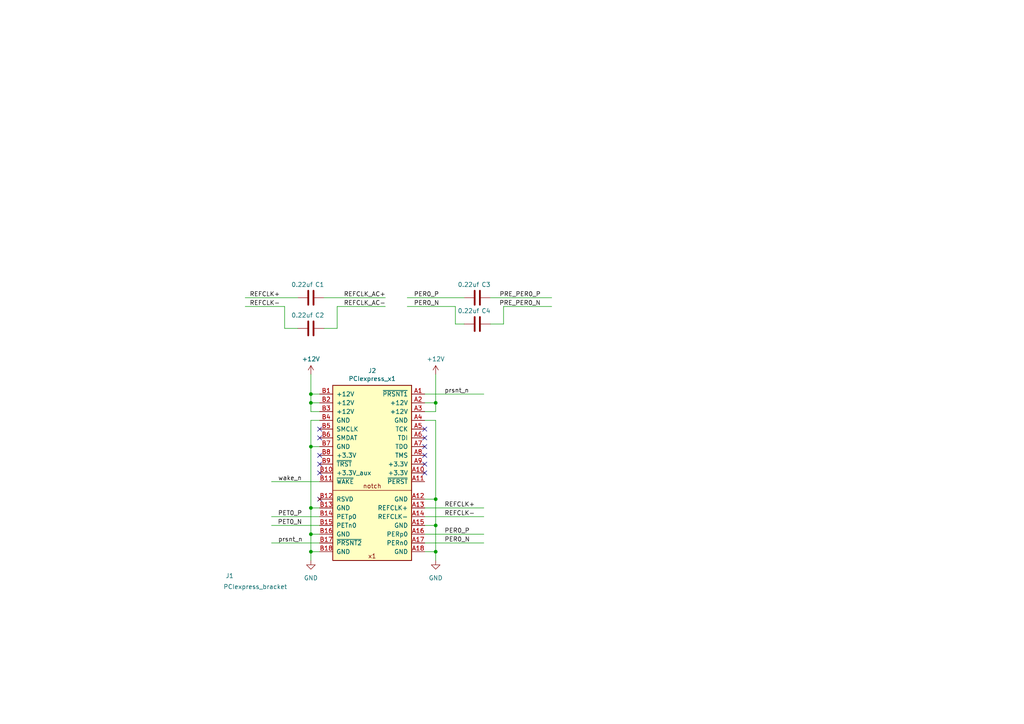
<source format=kicad_sch>
(kicad_sch (version 20230121) (generator eeschema)
  (paper "A4")
  (lib_symbols
    (symbol "Device:C" (pin_numbers hide) (pin_names (offset 0.254))
      (property "Reference" "C" (at 0.635 2.54 0))
      (property "Value" "C" (at 0.635 -2.54 0))
      (symbol "C_0_1"
        (polyline (pts (xy -2.032 -0.762) (xy 2.032 -0.762)) (stroke (width 0.508)))
        (polyline (pts (xy -2.032 0.762) (xy 2.032 0.762)) (stroke (width 0.508)))
      )
      (symbol "C_1_1"
        (pin passive line (at 0 3.81 270) (length 2.794) (name "~") (number "1"))
        (pin passive line (at 0 -3.81 90) (length 2.794) (name "~") (number "2"))
      )
    )
    (symbol "PCIexpress:PCIexpress_bracket" (pin_names (offset 1.016))
      (property "Reference" "J" (at 0 0 0))
      (property "Value" "PCIexpress_bracket" (at 0 0 0))
    )
    (symbol "PCIexpress:PCIexpress_x1" (pin_names (offset 1.016))
      (property "Reference" "J" (at 0 3.81 0))
      (property "Value" "PCIexpress_x1" (at 0 1.27 0))
      (symbol "PCIexpress_x1_0_0"
        (text "notch" (at 0 -29.21 0) (effects (font (size 1.27 1.27))))
        (text "x1" (at 0 -49.53 0) (effects (font (size 1.27 1.27))))
      )
      (symbol "PCIexpress_x1_0_1"
        (polyline (pts (xy 11.43 -30.48) (xy -11.43 -30.48)))
      )
      (symbol "PCIexpress_x1_1_1"
        (rectangle (start 11.43 0) (end -11.43 -50.8) (stroke (width 0.254)) (fill (type background)))
        (pin passive line (at 15.24 -2.54 180) (length 3.81) (name "~{PRSNT1}") (number "A1"))
        (pin power_out line (at 15.24 -25.4 180) (length 3.81) (name "+3.3V") (number "A10"))
        (pin output line (at 15.24 -27.94 180) (length 3.81) (name "~{PERST}") (number "A11"))
        (pin power_out line (at 15.24 -33.02 180) (length 3.81) (name "GND") (number "A12"))
        (pin output line (at 15.24 -35.56 180) (length 3.81) (name "REFCLK+") (number "A13"))
        (pin output line (at 15.24 -38.1 180) (length 3.81) (name "REFCLK-") (number "A14"))
        (pin power_out line (at 15.24 -40.64 180) (length 3.81) (name "GND") (number "A15"))
        (pin input line (at 15.24 -43.18 180) (length 3.81) (name "PERp0") (number "A16"))
        (pin input line (at 15.24 -45.72 180) (length 3.81) (name "PERn0") (number "A17"))
        (pin power_out line (at 15.24 -48.26 180) (length 3.81) (name "GND") (number "A18"))
        (pin power_out line (at 15.24 -5.08 180) (length 3.81) (name "+12V") (number "A2"))
        (pin power_out line (at 15.24 -7.62 180) (length 3.81) (name "+12V") (number "A3"))
        (pin power_out line (at 15.24 -10.16 180) (length 3.81) (name "GND") (number "A4"))
        (pin output line (at 15.24 -12.7 180) (length 3.81) (name "TCK") (number "A5"))
        (pin output line (at 15.24 -15.24 180) (length 3.81) (name "TDI") (number "A6"))
        (pin input line (at 15.24 -17.78 180) (length 3.81) (name "TDO") (number "A7"))
        (pin output line (at 15.24 -20.32 180) (length 3.81) (name "TMS") (number "A8"))
        (pin power_out line (at 15.24 -22.86 180) (length 3.81) (name "+3.3V") (number "A9"))
        (pin power_out line (at -15.24 -2.54 0) (length 3.81) (name "+12V") (number "B1"))
        (pin power_out line (at -15.24 -25.4 0) (length 3.81) (name "+3.3V_aux") (number "B10"))
        (pin open_collector line (at -15.24 -27.94 0) (length 3.81) (name "~{WAKE}") (number "B11"))
        (pin no_connect line (at -15.24 -33.02 0) (length 3.81) (name "RSVD") (number "B12"))
        (pin power_out line (at -15.24 -35.56 0) (length 3.81) (name "GND") (number "B13"))
        (pin output line (at -15.24 -38.1 0) (length 3.81) (name "PETp0") (number "B14"))
        (pin output line (at -15.24 -40.64 0) (length 3.81) (name "PETn0") (number "B15"))
        (pin power_out line (at -15.24 -43.18 0) (length 3.81) (name "GND") (number "B16"))
        (pin passive line (at -15.24 -45.72 0) (length 3.81) (name "~{PRSNT2}") (number "B17"))
        (pin power_out line (at -15.24 -48.26 0) (length 3.81) (name "GND") (number "B18"))
        (pin power_out line (at -15.24 -5.08 0) (length 3.81) (name "+12V") (number "B2"))
        (pin power_out line (at -15.24 -7.62 0) (length 3.81) (name "+12V") (number "B3"))
        (pin power_out line (at -15.24 -10.16 0) (length 3.81) (name "GND") (number "B4"))
        (pin open_collector line (at -15.24 -12.7 0) (length 3.81) (name "SMCLK") (number "B5"))
        (pin open_collector line (at -15.24 -15.24 0) (length 3.81) (name "SMDAT") (number "B6"))
        (pin power_out line (at -15.24 -17.78 0) (length 3.81) (name "GND") (number "B7"))
        (pin power_out line (at -15.24 -20.32 0) (length 3.81) (name "+3.3V") (number "B8"))
        (pin output line (at -15.24 -22.86 0) (length 3.81) (name "~{TRST}") (number "B9"))
      )
    )
    (symbol "power:+12V" (power) (pin_names (offset 0))
      (property "Value" "+12V" (at 0 3.556 0))
      (symbol "+12V_0_1"
        (polyline (pts (xy -0.762 1.27) (xy 0 2.54)))
        (polyline (pts (xy 0 0) (xy 0 2.54)))
        (polyline (pts (xy 0 2.54) (xy 0.762 1.27)))
      )
      (symbol "+12V_1_1"
        (pin power_in line (at 0 0 90) (length 0) hide (name "+12V") (number "1"))
      )
    )
    (symbol "power:GND" (power) (pin_names (offset 0))
      (property "Value" "GND" (at 0 -3.81 0))
      (symbol "GND_0_1"
        (polyline (pts (xy 0 0) (xy 0 -1.27) (xy 1.27 -1.27) (xy 0 -2.54) (xy -1.27 -1.27) (xy 0 -1.27)))
      )
      (symbol "GND_1_1"
        (pin power_in line (at 0 0 270) (length 0) hide (name "GND") (number "1"))
      )
    )
  )
  (junction (at 90.17 147.32))
  (junction (at 126.365 160.02))
  (junction (at 90.17 116.84))
  (junction (at 90.17 129.54))
  (junction (at 126.365 152.4))
  (junction (at 126.365 144.78))
  (junction (at 126.365 116.84))
  (junction (at 90.17 154.94))
  (junction (at 90.17 160.02))
  (junction (at 90.17 114.3))
  (no_connect (at 123.19 129.54))
  (no_connect (at 92.71 132.08))
  (no_connect (at 92.71 144.78))
  (no_connect (at 123.19 134.62))
  (no_connect (at 92.71 134.62))
  (no_connect (at 123.19 132.08))
  (no_connect (at 92.71 127))
  (no_connect (at 123.19 124.46))
  (no_connect (at 123.19 137.16))
  (no_connect (at 123.19 127))
  (no_connect (at 92.71 137.16))
  (no_connect (at 92.71 124.46))
  (wire (pts (xy 90.17 121.92) (xy 90.17 129.54)))
  (wire (pts (xy 126.365 116.84) (xy 126.365 119.38)))
  (wire (pts (xy 90.17 114.3) (xy 90.17 116.84)))
  (wire (pts (xy 123.19 157.48) (xy 140.335 157.48)))
  (wire (pts (xy 82.55 88.9) (xy 82.55 95.25)))
  (wire (pts (xy 123.19 149.86) (xy 140.335 149.86)))
  (wire (pts (xy 92.71 116.84) (xy 90.17 116.84)))
  (wire (pts (xy 78.74 157.48) (xy 92.71 157.48)))
  (wire (pts (xy 92.71 121.92) (xy 90.17 121.92)))
  (wire (pts (xy 123.19 147.32) (xy 140.335 147.32)))
  (wire (pts (xy 123.19 160.02) (xy 126.365 160.02)))
  (wire (pts (xy 92.71 114.3) (xy 90.17 114.3)))
  (wire (pts (xy 90.17 129.54) (xy 90.17 147.32)))
  (wire (pts (xy 123.19 154.94) (xy 140.335 154.94)))
  (wire (pts (xy 126.365 108.585) (xy 126.365 116.84)))
  (wire (pts (xy 82.55 95.25) (xy 86.36 95.25)))
  (wire (pts (xy 71.12 86.36) (xy 86.36 86.36)))
  (wire (pts (xy 78.74 139.7) (xy 92.71 139.7)))
  (wire (pts (xy 132.08 93.98) (xy 132.08 88.9)))
  (wire (pts (xy 123.19 119.38) (xy 126.365 119.38)))
  (wire (pts (xy 90.17 129.54) (xy 92.71 129.54)))
  (wire (pts (xy 90.17 108.585) (xy 90.17 114.3)))
  (wire (pts (xy 126.365 121.92) (xy 126.365 144.78)))
  (wire (pts (xy 93.98 86.36) (xy 111.76 86.36)))
  (wire (pts (xy 118.11 88.9) (xy 132.08 88.9)))
  (wire (pts (xy 71.12 88.9) (xy 82.55 88.9)))
  (wire (pts (xy 92.71 147.32) (xy 90.17 147.32)))
  (wire (pts (xy 97.79 88.9) (xy 111.76 88.9)))
  (wire (pts (xy 90.17 160.02) (xy 92.71 160.02)))
  (wire (pts (xy 126.365 160.02) (xy 126.365 162.56)))
  (wire (pts (xy 90.17 160.02) (xy 90.17 162.56)))
  (wire (pts (xy 118.11 86.36) (xy 134.62 86.36)))
  (wire (pts (xy 78.74 149.86) (xy 92.71 149.86)))
  (wire (pts (xy 134.62 93.98) (xy 132.08 93.98)))
  (wire (pts (xy 92.71 119.38) (xy 90.17 119.38)))
  (wire (pts (xy 123.19 114.3) (xy 140.335 114.3)))
  (wire (pts (xy 146.05 88.9) (xy 160.02 88.9)))
  (wire (pts (xy 90.17 147.32) (xy 90.17 154.94)))
  (wire (pts (xy 142.24 86.36) (xy 160.02 86.36)))
  (wire (pts (xy 146.05 93.98) (xy 142.24 93.98)))
  (wire (pts (xy 146.05 88.9) (xy 146.05 93.98)))
  (wire (pts (xy 90.17 116.84) (xy 90.17 119.38)))
  (wire (pts (xy 78.74 152.4) (xy 92.71 152.4)))
  (wire (pts (xy 90.17 154.94) (xy 92.71 154.94)))
  (wire (pts (xy 123.19 116.84) (xy 126.365 116.84)))
  (wire (pts (xy 126.365 152.4) (xy 126.365 160.02)))
  (wire (pts (xy 123.19 121.92) (xy 126.365 121.92)))
  (wire (pts (xy 126.365 144.78) (xy 126.365 152.4)))
  (wire (pts (xy 97.79 88.9) (xy 97.79 95.25)))
  (wire (pts (xy 90.17 154.94) (xy 90.17 160.02)))
  (wire (pts (xy 97.79 95.25) (xy 93.98 95.25)))
  (wire (pts (xy 123.19 144.78) (xy 126.365 144.78)))
  (wire (pts (xy 123.19 152.4) (xy 126.365 152.4)))
  (label "PER0_P" (at 120.015 86.36 0))
  (label "REFCLK_AC+" (at 99.695 86.36 0))
  (label "PER0_N" (at 128.905 157.48 0))
  (label "PER0_N" (at 120.015 88.9 0))
  (label "REFCLK_AC-" (at 99.695 88.9 0))
  (label "REFCLK-" (at 72.39 88.9 0))
  (label "PET0_P" (at 87.63 149.86 180))
  (label "PER0_P" (at 128.905 154.94 0))
  (label "wake_n" (at 80.645 139.7 0))
  (label "prsnt_n" (at 80.645 157.48 0))
  (label "prsnt_n" (at 128.905 114.3 0))
  (label "REFCLK+" (at 128.905 147.32 0))
  (label "PRE_PER0_P" (at 156.845 86.36 180))
  (label "PET0_N" (at 87.63 152.4 180))
  (label "REFCLK-" (at 128.905 149.86 0))
  (label "PRE_PER0_N" (at 156.845 88.9 180))
  (label "REFCLK+" (at 72.39 86.36 0))
  (symbol (lib_id "Device:C") (at 90.17 86.36 90) (unit 1)
    (property "Reference" "C1" (at 92.71 82.55 90))
    (property "Value" "0.22uf" (at 87.63 82.55 90))
    (property "Footprint" "Capacitor_SMD:C_0402_1005Metric" (effects hide))
  )
  (symbol (lib_id "Device:C") (at 138.43 93.98 90) (unit 1)
    (property "Reference" "C4" (at 140.97 90.17 90))
    (property "Value" "0.22uf" (at 135.89 90.17 90))
    (property "Footprint" "Capacitor_SMD:C_0402_1005Metric" (effects hide))
  )
  (symbol (lib_id "PCIexpress:PCIexpress_bracket") (at 69.85 167.64 0) (unit 1)
    (property "Reference" "J1" (at 65.405 167.005 0) (effects (justify left)))
    (property "Value" "PCIexpress_bracket" (at 64.77 170.18 0) (effects (justify left)))
    (property "Footprint" "PCIexpress:PCIexpress_bracket_low" (effects hide))
  )
  (symbol (lib_id "Device:C") (at 138.43 86.36 90) (unit 1)
    (property "Reference" "C3" (at 140.97 82.55 90))
    (property "Value" "0.22uf" (at 135.89 82.55 90))
    (property "Footprint" "Capacitor_SMD:C_0402_1005Metric" (effects hide))
  )
  (symbol (lib_id "Device:C") (at 90.17 95.25 90) (unit 1)
    (property "Reference" "C2" (at 92.71 91.44 90))
    (property "Value" "0.22uf" (at 87.63 91.44 90))
    (property "Footprint" "Capacitor_SMD:C_0402_1005Metric" (effects hide))
  )
  (symbol (lib_id "PCIexpress:PCIexpress_x1") (at 107.95 111.76 0) (unit 1)
    (property "Reference" "J2" (at 107.95 107.5182 0))
    (property "Value" "PCIexpress_x1" (at 107.95 109.8296 0))
    (property "Footprint" "PCIexpress:PCIexpress_x1" (effects hide))
  )
  (symbol (lib_id "power:GND") (at 90.17 162.56 0) (unit 1)
    (property "Reference" "#PWR04" (effects hide))
    (property "Value" "GND" (at 90.17 167.64 0))
  )
  (symbol (lib_id "power:+12V") (at 90.17 108.585 0) (unit 1)
    (property "Reference" "#PWR03" (effects hide))
    (property "Value" "+12V" (at 90.17 104.14 0))
  )
  (symbol (lib_id "power:GND") (at 126.365 162.56 0) (unit 1)
    (property "Reference" "#PWR06" (effects hide))
    (property "Value" "GND" (at 126.365 167.64 0))
  )
  (symbol (lib_id "power:+12V") (at 126.365 108.585 0) (unit 1)
    (property "Reference" "#PWR05" (effects hide))
    (property "Value" "+12V" (at 126.365 104.14 0))
  )
)
</source>
